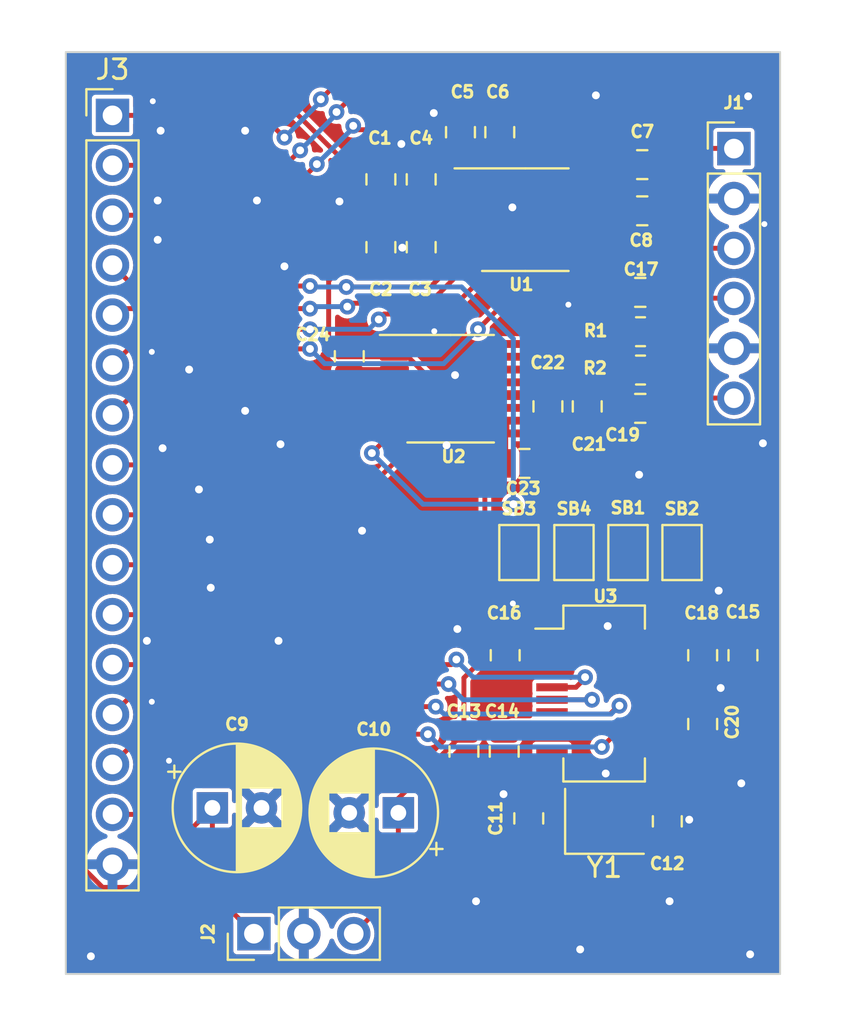
<source format=kicad_pcb>
(kicad_pcb (version 20221018) (generator pcbnew)
  (layers (0 "F.Cu" signal) (31 "B.Cu" signal) (34 "B.Paste" user) (35 "F.Paste" user) (36 "B.SilkS" user "B.Silkscreen") (37 "F.SilkS" user "F.Silkscreen") (38 "B.Mask" user) (39 "F.Mask" user) (44 "Edge.Cuts" user))
  (net 0 "")
  (net 1 "+5V")
  (net 2 "GND")
  (net 3 "+3.3V")
  (net 4 "VREFa")
  (net 5 "Net-(U1-VINR)")
  (net 6 "LIN")
  (net 7 "Net-(U1-VINL)")
  (net 8 "RIN")
  (net 9 "Net-(U3-XT1)")
  (net 10 "Net-(U3-XT2)")
  (net 11 "VSS")
  (net 12 "Lout")
  (net 13 "Rout")
  (net 14 "CPOUT")
  (net 15 "CPCA")
  (net 16 "CPCB")
  (net 17 "VREFb")
  (net 18 "FMT")
  (net 19 "MD1")
  (net 20 "MD0")
  (net 21 "DOUT")
  (net 22 "ADC_BCK")
  (net 23 "SCKI")
  (net 24 "ADC_LRCK")
  (net 25 "DAC_BCK")
  (net 26 "MUTEB")
  (net 27 "DAC_LRCK")
  (net 28 "DACIN")
  (net 29 "CSEL")
  (net 30 "SR")
  (net 31 "FS2")
  (net 32 "FS1")
  (net 33 "LLINEOUT")
  (net 34 "RLINEOUT")
  (net 35 "SCKO0")
  (net 36 "SCKO1")
  (net 37 "SCKO2")
  (net 38 "SCKO3")
  (net 39 "MCKO1")
  (net 40 "MCKO2")
  (footprint "Capacitor_SMD:C_0805_2012Metric" (layer "F.Cu") (at 49.43401 24.725)
    (fp_text reference "C7")
    (fp_text value "1u")
  )
  (footprint "Connector_PinHeader_2.54mm:PinHeader_1x03_P2.54mm_Vertical" (layer "F.Cu") (at 29.672 63.85 90)
    (fp_text reference "J2")
    (fp_text value "Power Input")
  )
  (footprint "Capacitor_SMD:C_0805_2012Metric" (layer "F.Cu") (at 40.18401 23.075 90)
    (fp_text reference "C5")
    (fp_text value "10u")
  )
  (footprint "Package_SO:TSSOP-16_4.4x5mm_P0.65mm" (layer "F.Cu") (at 39.68401 36.125)
    (fp_text reference "U2")
    (fp_text value "NAU8402WG")
  )
  (footprint "Capacitor_SMD:C_0805_2012Metric" (layer "F.Cu") (at 44.63401 37.025 90)
    (fp_text reference "C22")
    (fp_text value "220n")
  )
  (footprint "Capacitor_SMD:C_0805_2012Metric" (layer "F.Cu") (at 42.18401 23.075 90)
    (fp_text reference "C6")
    (fp_text value "0.1u")
  )
  (footprint "Capacitor_SMD:C_0805_2012Metric" (layer "F.Cu") (at 38.18401 25.475 90)
    (fp_text reference "C4")
    (fp_text value "0.1u")
  )
  (footprint "Jumper:SolderJumper-2_P1.3mm_Open_TrianglePad1.0x1.5mm" (layer "F.Cu") (at 45.9593 44.4593 90)
    (fp_text reference "SB4")
    (fp_text value "SolderJumper_2_Bridged")
  )
  (footprint "Package_SO:TSSOP-14_4.4x5mm_P0.65mm" (layer "F.Cu") (at 43.48401 27.525)
    (fp_text reference "U1")
    (fp_text value "PCM1808PWR")
  )
  (footprint "Capacitor_SMD:C_0805_2012Metric" (layer "F.Cu") (at 49.33401 37.125)
    (fp_text reference "C19")
    (fp_text value "3000p")
  )
  (footprint "Capacitor_SMD:C_0805_2012Metric" (layer "F.Cu") (at 43.6593 57.9843 90)
    (fp_text reference "C11")
    (fp_text value "10p")
  )
  (footprint "Capacitor_SMD:C_0805_2012Metric" (layer "F.Cu") (at 36.13401 25.475 90)
    (fp_text reference "C1")
    (fp_text value "10u")
  )
  (footprint "Capacitor_SMD:C_0805_2012Metric" (layer "F.Cu") (at 49.33401 31.225)
    (fp_text reference "C17")
    (fp_text value "3000p")
  )
  (footprint "Capacitor_SMD:C_0805_2012Metric" (layer "F.Cu") (at 36.13401 28.925 -90)
    (fp_text reference "C2")
    (fp_text value "10u")
  )
  (footprint "Capacitor_SMD:C_0805_2012Metric" (layer "F.Cu") (at 50.7093 58.1343 -90)
    (fp_text reference "C12")
    (fp_text value "10p")
  )
  (footprint "Capacitor_SMD:C_0805_2012Metric" (layer "F.Cu") (at 52.5093 49.6843 -90)
    (fp_text reference "C18")
    (fp_text value "0.1u")
  )
  (footprint "Resistor_SMD:R_0805_2012Metric" (layer "F.Cu") (at 49.34651 35.175 180)
    (fp_text reference "R2")
    (fp_text value "453")
  )
  (footprint "Jumper:SolderJumper-2_P1.3mm_Open_TrianglePad1.0x1.5mm" (layer "F.Cu") (at 51.4593 44.4593 90)
    (fp_text reference "SB2")
    (fp_text value "SolderJumper_2_Bridged")
  )
  (footprint "Capacitor_SMD:C_0805_2012Metric" (layer "F.Cu") (at 34.525 34.475 -90)
    (fp_text reference "C24")
    (fp_text value "2.2u")
  )
  (footprint "Crystal:Crystal_SMD_3225-4Pin_3.2x2.5mm" (layer "F.Cu") (at 47.5093 58.1343)
    (fp_text reference "Y1")
    (fp_text value "Crystal")
  )
  (footprint "Capacitor_THT:CP_Radial_D6.3mm_P2.50mm" (layer "F.Cu") (at 27.557241 57.45)
    (fp_text reference "C9")
    (fp_text value "47u" hide)
  )
  (footprint "Capacitor_SMD:C_0805_2012Metric" (layer "F.Cu") (at 38.18401 28.925 -90)
    (fp_text reference "C3")
    (fp_text value "0.1u")
  )
  (footprint "Capacitor_SMD:C_0805_2012Metric" (layer "F.Cu") (at 54.5593 49.6843 -90)
    (fp_text reference "C15")
    (fp_text value "10u")
  )
  (footprint "Package_SO:QSOP-20_3.9x8.7mm_P0.635mm" (layer "F.Cu") (at 47.495 51.6318)
    (fp_text reference "U3")
    (fp_text value "PLL1707DBQ" hide)
  )
  (footprint "Resistor_SMD:R_0805_2012Metric" (layer "F.Cu") (at 49.34651 33.225 180)
    (fp_text reference "R1")
    (fp_text value "453")
  )
  (footprint "Capacitor_SMD:C_0805_2012Metric" (layer "F.Cu") (at 52.5093 53.1843 90)
    (fp_text reference "C20")
    (fp_text value "0.1u")
  )
  (footprint "Capacitor_THT:CP_Radial_D6.3mm_P2.50mm" (layer "F.Cu") (at 37.022 57.7 180)
    (fp_text reference "C10")
    (fp_text value "47u" hide)
  )
  (footprint "Connector_PinHeader_2.54mm:PinHeader_1x16_P2.54mm_Vertical" (layer "F.Cu") (at 22.475 22.22)
    (fp_text reference "J3")
    (fp_text value "FPGA Interface")
  )
  (footprint "Jumper:SolderJumper-2_P1.3mm_Open_TrianglePad1.0x1.5mm" (layer "F.Cu") (at 48.7093 44.4593 90)
    (fp_text reference "SB1")
    (fp_text value "SolderJumper_2_Bridged")
  )
  (footprint "Connector_PinHeader_2.54mm:PinHeader_1x06_P2.54mm_Vertical" (layer "F.Cu") (at 54.1 23.91)
    (fp_text reference "J1")
    (fp_text value "Audio I/O")
  )
  (footprint "Capacitor_SMD:C_0805_2012Metric" (layer "F.Cu") (at 40.3593 54.5843 -90)
    (fp_text reference "C13")
    (fp_text value "10u")
  )
  (footprint "Capacitor_SMD:C_0805_2012Metric" (layer "F.Cu") (at 49.43401 27.075)
    (fp_text reference "C8")
    (fp_text value "1u")
  )
  (footprint "Jumper:SolderJumper-2_P1.3mm_Open_TrianglePad1.0x1.5mm" (layer "F.Cu") (at 43.1593 44.4593 90)
    (fp_text reference "SB3")
    (fp_text value "SolderJumper_2_Bridged")
  )
  (footprint "Capacitor_SMD:C_0805_2012Metric" (layer "F.Cu") (at 43.43401 39.925 180)
    (fp_text reference "C23")
    (fp_text value "4.7u")
  )
  (footprint "Capacitor_SMD:C_0805_2012Metric" (layer "F.Cu") (at 42.4093 54.5843 -90)
    (fp_text reference "C14")
    (fp_text value "0.1u")
  )
  (footprint "Capacitor_SMD:C_0805_2012Metric" (layer "F.Cu") (at 42.4593 49.6843 -90)
    (fp_text reference "C16")
    (fp_text value "0.1u")
  )
  (footprint "Capacitor_SMD:C_0805_2012Metric" (layer "F.Cu") (at 46.63401 37.025 90)
    (fp_text reference "C21")
    (fp_text value "4.7u")
  )
  (gr_rect (start 20.1 19) (end 56.45 65.9) (stroke (width 0.1)) (fill none) (layer "Edge.Cuts"))
  (segment (start 27.557241 61.735241) (end 29.672 63.85) (width 0.25) (layer "F.Cu") (net 1))
  (segment (start 21.075 60.6) (end 21.075 21.27) (width 0.25) (layer "F.Cu") (net 1))
  (segment (start 38.63401 26.875) (end 38.18401 26.425) (width 0.25) (layer "F.Cu") (net 1))
  (segment (start 27.557241 57.45) (end 23.512241 61.495) (width 0.25) (layer "F.Cu") (net 1))
  (segment (start 23.512241 61.495) (end 21.97 61.495) (width 0.25) (layer "F.Cu") (net 1))
  (segment (start 38.18401 26.425) (end 36.13401 26.425) (width 0.25) (layer "F.Cu") (net 1))
  (segment (start 27.557241 57.45) (end 27.557241 61.735241) (width 0.25) (layer "F.Cu") (net 1))
  (segment (start 30.50901 20.8) (end 36.13401 26.425) (width 0.25) (layer "F.Cu") (net 1))
  (segment (start 21.97 61.495) (end 21.075 60.6) (width 0.25) (layer "F.Cu") (net 1))
  (segment (start 21.075 21.27) (end 21.545 20.8) (width 0.25) (layer "F.Cu") (net 1))
  (segment (start 40.62151 26.875) (end 38.63401 26.875) (width 0.25) (layer "F.Cu") (net 1))
  (segment (start 21.545 20.8) (end 30.50901 20.8) (width 0.25) (layer "F.Cu") (net 1))
  (segment (start 40.62151 28.175) (end 39.88401 28.175) (width 0.25) (layer "F.Cu") (net 2))
  (segment (start 35.15901 33.85) (end 34.83401 33.525) (width 0.25) (layer "F.Cu") (net 2))
  (segment (start 51.7436 58.05) (end 50.7093 59.0843) (width 0.25) (layer "F.Cu") (net 2))
  (segment (start 39.88401 28.175) (end 38.18401 29.875) (width 0.25) (layer "F.Cu") (net 2))
  (segment (start 42.5043 50.6793) (end 42.4593 50.6343) (width 0.25) (layer "F.Cu") (net 2))
  (segment (start 42.54651 36.45) (end 40.925 36.45) (width 0.25) (layer "F.Cu") (net 2))
  (segment (start 43.6593 57.0343) (end 43.6593 56.7843) (width 0.25) (layer "F.Cu") (net 2))
  (segment (start 52.7093 50.6343) (end 53.425 51.35) (width 0.25) (layer "F.Cu") (net 2))
  (segment (start 38.18401 24.525) (end 36.13401 24.525) (width 0.25) (layer "F.Cu") (net 2))
  (segment (start 42.4093 56.7157) (end 42.375 56.75) (width 0.25) (layer "F.Cu") (net 2))
  (segment (start 40.925 36.45) (end 39.90801 35.43301) (width 0.25) (layer "F.Cu") (net 2))
  (segment (start 53.425 51.35) (end 53.3936 51.35) (width 0.25) (layer "F.Cu") (net 2))
  (segment (start 38.149472 29.875) (end 37.224472 28.95) (width 0.25) (layer "F.Cu") (net 2))
  (segment (start 54.1407 50.6343) (end 53.425 51.35) (width 0.25) (layer "F.Cu") (net 2))
  (segment (start 52.5093 50.6343) (end 50.1943 50.6343) (width 0.25) (layer "F.Cu") (net 2))
  (segment (start 50.1943 50.6343) (end 50.1493 50.6793) (width 0.25) (layer "F.Cu") (net 2))
  (segment (start 43.375 56.75) (end 43.6593 57.0343) (width 0.25) (layer "F.Cu") (net 2))
  (segment (start 43.7907 53.8543) (end 42.4093 55.2357) (width 0.25) (layer "F.Cu") (net 2))
  (segment (start 51.5893 51.3143) (end 52.5093 52.2343) (width 0.25) (layer "F.Cu") (net 2))
  (segment (start 42.18401 22.125) (end 40.18401 22.125) (width 0.25) (layer "F.Cu") (net 2))
  (segment (start 42.4093 55.2357) (end 42.4093 55.5343) (width 0.25) (layer "F.Cu") (net 2))
  (segment (start 39.88401 26.225) (end 38.18401 24.525) (width 0.25) (layer "F.Cu") (net 2))
  (segment (start 40.62151 26.225) (end 39.88401 26.225) (width 0.25) (layer "F.Cu") (net 2))
  (segment (start 38.18401 29.875) (end 38.149472 29.875) (width 0.25) (layer "F.Cu") (net 2))
  (segment (start 42.4093 55.5343) (end 42.4093 56.7157) (width 0.25) (layer "F.Cu") (net 2))
  (segment (start 43.6593 56.7843) (end 42.4093 55.5343) (width 0.25) (layer "F.Cu") (net 2))
  (segment (start 50.1493 51.3143) (end 51.5893 51.3143) (width 0.25) (layer "F.Cu") (net 2))
  (segment (start 38.0255 24.525) (end 37.175 23.6745) (width 0.25) (layer "F.Cu") (net 2))
  (segment (start 51.825 58.05) (end 51.7436 58.05) (width 0.25) (layer "F.Cu") (net 2))
  (segment (start 42.375 56.75) (end 43.375 56.75) (width 0.25) (layer "F.Cu") (net 2))
  (segment (start 54.5593 50.6343) (end 54.1407 50.6343) (width 0.25) (layer "F.Cu") (net 2))
  (segment (start 52.5093 52.2343) (end 52.5093 50.6343) (width 0.25) (layer "F.Cu") (net 2))
  (segment (start 53.3936 51.35) (end 52.5093 52.2343) (width 0.25) (layer "F.Cu") (net 2))
  (segment (start 36.82151 33.85) (end 38.325 33.85) (width 0.25) (layer "F.Cu") (net 2))
  (segment (start 44.8407 53.8543) (end 43.7907 53.8543) (width 0.25) (layer "F.Cu") (net 2))
  (segment (start 52.5093 50.6343) (end 54.5593 50.6343) (width 0.25) (layer "F.Cu") (net 2))
  (segment (start 38.85 22.125) (end 38.825 22.1) (width 0.25) (layer "F.Cu") (net 2))
  (segment (start 44.8407 50.6793) (end 42.5043 50.6793) (width 0.25) (layer "F.Cu") (net 2))
  (segment (start 40.3593 55.5343) (end 42.4093 55.5343) (width 0.25) (layer "F.Cu") (net 2))
  (segment (start 52.5093 50.6343) (end 52.7093 50.6343) (width 0.25) (layer "F.Cu") (net 2))
  (segment (start 36.82151 33.85) (end 35.15901 33.85) (width 0.25) (layer "F.Cu") (net 2))
  (segment (start 40.18401 22.125) (end 38.85 22.125) (width 0.25) (layer "F.Cu") (net 2))
  (segment (start 38.18401 24.525) (end 38.0255 24.525) (width 0.25) (layer "F.Cu") (net 2))
  (segment (start 38.18401 29.875) (end 36.13401 29.875) (width 0.25) (layer "F.Cu") (net 2))
  (segment (start 38.325 33.85) (end 39.90801 35.43301) (width 0.25) (layer "F.Cu") (net 2))
  (via (at 51.825 58.05) (size 0.8) (drill 0.4) (layers "F.Cu" "B.Cu") (net 2))
  (via (at 50.825 62.2) (size 0.8) (drill 0.4) (layers "F.Cu" "B.Cu") (net 2))
  (via (at 37.175 23.6745) (size 0.8) (drill 0.4) (layers "F.Cu" "B.Cu") (net 2))
  (via (at 40.975 62.2) (size 0.8) (drill 0.4) (layers "F.Cu" "B.Cu") (net 2))
  (via (at 54.925 64.9) (size 0.8) (drill 0.4) (layers "F.Cu" "B.Cu") (net 2))
  (via (at 42.375 56.75) (size 0.8) (drill 0.4) (layers "F.Cu" "B.Cu") (net 2))
  (via (at 35.175 43.35) (size 0.8) (drill 0.4) (layers "F.Cu" "B.Cu") (net 2))
  (via (at 29.225 23) (size 0.8) (drill 0.4) (layers "F.Cu" "B.Cu") (net 2))
  (via (at 38.825 22.1) (size 0.8) (drill 0.4) (layers "F.Cu" "B.Cu") (net 2))
  (via (at 25.025 39.15) (size 0.8) (drill 0.4) (layers "F.Cu" "B.Cu") (net 2))
  (via (at 31.025 38.95) (size 0.8) (drill 0.4) (layers "F.Cu" "B.Cu") (net 2))
  (via (at 26.375 35.15) (size 0.8) (drill 0.4) (layers "F.Cu" "B.Cu") (net 2))
  (via (at 24.775 28.55) (size 0.8) (drill 0.4) (layers "F.Cu" "B.Cu") (net 2))
  (via (at 21.375 65) (size 0.8) (drill 0.4) (layers "F.Cu" "B.Cu") (net 2))
  (via (at 26.875 41.25) (size 0.8) (drill 0.4) (layers "F.Cu" "B.Cu") (net 2))
  (via (at 47.675 48.2) (size 0.8) (drill 0.4) (layers "F.Cu" "B.Cu") (net 2))
  (via (at 54.825 21.25) (size 0.8) (drill 0.4) (layers "F.Cu" "B.Cu") (net 2))
  (via (at 46.275 64.65) (size 0.8) (drill 0.4) (layers "F.Cu" "B.Cu") (net 2))
  (via (at 29.825 26.55) (size 0.8) (drill 0.4) (layers "F.Cu" "B.Cu") (net 2))
  (via (at 30.925 48.95) (size 0.8) (drill 0.4) (layers "F.Cu" "B.Cu") (net 2))
  (via (at 31.225 29.9) (size 0.8) (drill 0.4) (layers "F.Cu" "B.Cu") (net 2))
  (via (at 55.65 27.75) (size 0.7) (drill 0.3) (layers "F.Cu" "B.Cu") (net 2))
  (via (at 53.425 51.35) (size 0.8) (drill 0.4) (layers "F.Cu" "B.Cu") (net 2))
  (via (at 40.025 48.35) (size 0.8) (drill 0.4) (layers "F.Cu" "B.Cu") (net 2))
  (via (at 42.825 26.9) (size 0.8) (drill 0.4) (layers "F.Cu" "B.Cu") (net 2))
  (via (at 38.85 33.2) (size 0.7) (drill 0.3) (layers "F.Cu" "B.Cu") (net 2))
  (via (at 29.225 37.25) (size 0.8) (drill 0.4) (layers "F.Cu" "B.Cu") (net 2))
  (via (at 55.575 38.9) (size 0.8) (drill 0.4) (layers "F.Cu" "B.Cu") (net 2))
  (via (at 49.275 40.5) (size 0.8) (drill 0.4) (layers "F.Cu" "B.Cu") (net 2))
  (via (at 27.475 46.25) (size 0.8) (drill 0.4) (layers "F.Cu" "B.Cu") (net 2))
  (via (at 39.475 39) (size 0.8) (drill 0.4) (layers "F.Cu" "B.Cu") (net 2))
  (via (at 45.675 31.85) (size 0.7) (drill 0.3) (layers "F.Cu" "B.Cu") (net 2))
  (via (at 47.575 55.7) (size 0.8) (drill 0.4) (layers "F.Cu" "B.Cu") (net 2))
  (via (at 27.425 43.8) (size 0.8) (drill 0.4) (layers "F.Cu" "B.Cu") (net 2))
  (via (at 24.775 26.55) (size 0.8) (drill 0.4) (layers "F.Cu" "B.Cu") (net 2))
  (via (at 37.224472 28.95) (size 0.8) (drill 0.4) (layers "F.Cu" "B.Cu") (net 2))
  (via (at 24.925 23) (size 0.8) (drill 0.4) (layers "F.Cu" "B.Cu") (net 2))
  (via (at 42.85 47.05) (size 0.7) (drill 0.3) (layers "F.Cu" "B.Cu") (net 2))
  (via (at 34.025 26.6) (size 0.8) (drill 0.4) (layers "F.Cu" "B.Cu") (net 2))
  (via (at 39.90801 35.43301) (size 0.8) (drill 0.4) (layers "F.Cu" "B.Cu") (net 2))
  (via (at 24.475 52.05) (size 0.7) (drill 0.3) (layers "F.Cu" "B.Cu") (net 2))
  (via (at 47.075 21.2) (size 0.8) (drill 0.4) (layers "F.Cu" "B.Cu") (net 2))
  (via (at 24.225 48.95) (size 0.8) (drill 0.4) (layers "F.Cu" "B.Cu") (net 2))
  (via (at 25.35 55.05) (size 0.7) (drill 0.3) (layers "F.Cu" "B.Cu") (net 2))
  (via (at 54.475 56.2) (size 0.8) (drill 0.4) (layers "F.Cu" "B.Cu") (net 2))
  (via (at 24.525 21.5) (size 0.7) (drill 0.3) (layers "F.Cu" "B.Cu") (net 2))
  (via (at 53.325 46.4) (size 0.8) (drill 0.4) (layers "F.Cu" "B.Cu") (net 2))
  (via (at 24.475 34.25) (size 0.7) (drill 0.3) (layers "F.Cu" "B.Cu") (net 2))
  (segment (start 37.022 56.9716) (end 40.3593 53.6343) (width 0.25) (layer "F.Cu") (net 3))
  (segment (start 52.5093 48.7343) (end 50.1893 48.7343) (width 0.25) (layer "F.Cu") (net 3))
  (segment (start 40.62151 27.525) (end 38.63401 27.525) (width 0.25) (layer "F.Cu") (net 3))
  (segment (start 37.022 57.7) (end 37.022 61.58) (width 0.25) (layer "F.Cu") (net 3))
  (segment (start 40.3593 50.8343) (end 40.3593 53.6343) (width 0.25) (layer "F.Cu") (net 3))
  (segment (start 44.8407 48.7743) (end 42.4993 48.7743) (width 0.25) (layer "F.Cu") (net 3))
  (segment (start 51.5943 53.2193) (end 50.1493 53.2193) (width 0.25) (layer "F.Cu") (net 3))
  (segment (start 42.48401 38.4625) (end 42.54651 38.4) (width 0.25) (layer "F.Cu") (net 3))
  (segment (start 41.425 47.7) (end 42.4593 48.7343) (width 0.25) (layer "F.Cu") (net 3))
  (segment (start 42.54651 37.75) (end 42.54651 38.4) (width 0.25) (layer "F.Cu") (net 3))
  (segment (start 55.6093 52.6343) (end 54.1093 54.1343) (width 0.25) (layer "F.Cu") (net 3))
  (segment (start 50.1893 48.7343) (end 50.1493 48.7743) (width 0.25) (layer "F.Cu") (net 3))
  (segment (start 52.5093 48.7343) (end 54.5593 48.7343) (width 0.25) (layer "F.Cu") (net 3))
  (segment (start 38.63401 27.525) (end 38.18401 27.975) (width 0.25) (layer "F.Cu") (net 3))
  (segment (start 42.48401 39.473959) (end 37.510051 34.5) (width 0.25) (layer "F.Cu") (net 3))
  (segment (start 42.4593 48.7343) (end 40.3593 50.8343) (width 0.25) (layer "F.Cu") (net 3))
  (segment (start 52.5093 54.1343) (end 51.5943 53.2193) (width 0.25) (layer "F.Cu") (net 3))
  (segment (start 33.475 34.013173) (end 33.475 30.63401) (width 0.25) (layer "F.Cu") (net 3))
  (segment (start 42.48401 39.925) (end 42.48401 38.4625) (width 0.25) (layer "F.Cu") (net 3))
  (segment (start 41.425 40.98401) (end 41.425 47.7) (width 0.25) (layer "F.Cu") (net 3))
  (segment (start 37.022 61.58) (end 34.752 63.85) (width 0.25) (layer "F.Cu") (net 3))
  (segment (start 37.510051 34.5) (end 36.82151 34.5) (width 0.25) (layer "F.Cu") (net 3))
  (segment (start 33.50901 30.6) (end 36.13401 27.975) (width 0.25) (layer "F.Cu") (net 3))
  (segment (start 42.48401 39.925) (end 41.425 40.98401) (width 0.25) (layer "F.Cu") (net 3))
  (segment (start 54.5593 48.7343) (end 55.6093 49.7843) (width 0.25) (layer "F.Cu") (net 3))
  (segment (start 55.6093 49.7843) (end 55.6093 52.6343) (width 0.25) (layer "F.Cu") (net 3))
  (segment (start 36.82151 34.5) (end 33.961827 34.5) (width 0.25) (layer "F.Cu") (net 3))
  (segment (start 37.022 57.7) (end 37.022 56.9716) (width 0.25) (layer "F.Cu") (net 3))
  (segment (start 42.8243 53.2193) (end 42.4093 53.6343) (width 0.25) (layer "F.Cu") (net 3))
  (segment (start 38.18401 27.975) (end 36.13401 27.975) (width 0.25) (layer "F.Cu") (net 3))
  (segment (start 44.8407 53.2193) (end 50.1493 53.2193) (width 0.25) (layer "F.Cu") (net 3))
  (segment (start 54.1093 54.1343) (end 52.5093 54.1343) (width 0.25) (layer "F.Cu") (net 3))
  (segment (start 33.475 30.63401) (end 33.667005 30.442005) (width 0.25) (layer "F.Cu") (net 3))
  (segment (start 33.961827 34.5) (end 33.475 34.013173) (width 0.25) (layer "F.Cu") (net 3))
  (segment (start 44.8407 53.2193) (end 42.8243 53.2193) (width 0.25) (layer "F.Cu") (net 3))
  (segment (start 42.4093 53.6343) (end 40.3593 53.6343) (width 0.25) (layer "F.Cu") (net 3))
  (segment (start 42.48401 39.925) (end 42.48401 39.473959) (width 0.25) (layer "F.Cu") (net 3))
  (segment (start 42.4993 48.7743) (end 42.4593 48.7343) (width 0.25) (layer "F.Cu") (net 3))
  (segment (start 40.62151 24.875) (end 40.62151 24.4625) (width 0.25) (layer "F.Cu") (net 4))
  (segment (start 40.62151 24.875) (end 41.33401 24.875) (width 0.25) (layer "F.Cu") (net 4))
  (segment (start 41.33401 24.875) (end 42.18401 24.025) (width 0.25) (layer "F.Cu") (net 4))
  (segment (start 40.62151 25.575) (end 40.62151 24.875) (width 0.25) (layer "F.Cu") (net 4))
  (segment (start 40.62151 24.4625) (end 40.18401 24.025) (width 0.25) (layer "F.Cu") (net 4))
  (segment (start 47.63401 25.575) (end 48.48401 24.725) (width 0.25) (layer "F.Cu") (net 5))
  (segment (start 46.34651 25.575) (end 47.63401 25.575) (width 0.25) (layer "F.Cu") (net 5))
  (segment (start 50.38401 24.725) (end 50.40901 24.75) (width 0.25) (layer "F.Cu") (net 6))
  (segment (start 51.20901 23.9) (end 53.27401 23.9) (width 0.25) (layer "F.Cu") (net 6))
  (segment (start 50.38401 24.725) (end 51.20901 23.9) (width 0.25) (layer "F.Cu") (net 6))
  (segment (start 48.48401 27.075) (end 47.63401 26.225) (width 0.25) (layer "F.Cu") (net 7))
  (segment (start 47.63401 26.225) (end 46.34651 26.225) (width 0.25) (layer "F.Cu") (net 7))
  (segment (start 53.27401 28.98) (end 51.33901 28.98) (width 0.25) (layer "F.Cu") (net 8))
  (segment (start 51.33901 28.98) (end 50.38401 28.025) (width 0.25) (layer "F.Cu") (net 8))
  (segment (start 50.38401 28.025) (end 50.38401 27.075) (width 0.25) (layer "F.Cu") (net 8))
  (segment (start 44.8407 57.5157) (end 44.8407 54.4893) (width 0.25) (layer "F.Cu") (net 9))
  (segment (start 46.3093 58.9843) (end 44.8407 57.5157) (width 0.25) (layer "F.Cu") (net 9))
  (segment (start 46.4093 58.9843) (end 46.3093 58.9843) (width 0.25) (layer "F.Cu") (net 9))
  (segment (start 43.6593 58.9343) (end 43.7093 58.9843) (width 0.25) (layer "F.Cu") (net 9))
  (segment (start 43.7093 58.9843) (end 46.4093 58.9843) (width 0.25) (layer "F.Cu") (net 9))
  (segment (start 48.6093 57.2843) (end 50.6093 57.2843) (width 0.25) (layer "F.Cu") (net 10))
  (segment (start 50.6093 57.2843) (end 50.7093 57.1843) (width 0.25) (layer "F.Cu") (net 10))
  (segment (start 50.1493 54.4893) (end 50.1493 55.7443) (width 0.25) (layer "F.Cu") (net 10))
  (segment (start 50.1493 55.7443) (end 48.6093 57.2843) (width 0.25) (layer "F.Cu") (net 10))
  (segment (start 44.68401 39.925) (end 44.38401 39.925) (width 0.25) (layer "F.Cu") (net 11))
  (segment (start 49.27151 32.1125) (end 48.38401 31.225) (width 0.25) (layer "F.Cu") (net 11))
  (segment (start 47.48401 37.125) (end 46.63401 37.975) (width 0.25) (layer "F.Cu") (net 11))
  (segment (start 46.63401 37.975) (end 44.68401 39.925) (width 0.25) (layer "F.Cu") (net 11))
  (segment (start 48.38401 37.125) (end 47.48401 37.125) (width 0.25) (layer "F.Cu") (net 11))
  (segment (start 48.38401 37.125) (end 49.27151 36.2375) (width 0.25) (layer "F.Cu") (net 11))
  (segment (start 49.27151 36.2375) (end 49.27151 32.1125) (width 0.25) (layer "F.Cu") (net 11))
  (segment (start 50.57901 31.52) (end 50.28401 31.225) (width 0.25) (layer "F.Cu") (net 12))
  (segment (start 53.27401 31.52) (end 50.57901 31.52) (width 0.25) (layer "F.Cu") (net 12))
  (segment (start 50.25901 31.25) (end 50.28401 31.225) (width 0.25) (layer "F.Cu") (net 12))
  (segment (start 50.25901 33.225) (end 50.25901 31.25) (width 0.25) (layer "F.Cu") (net 12))
  (segment (start 50.80901 36.6) (end 50.28401 37.125) (width 0.25) (layer "F.Cu") (net 13))
  (segment (start 53.27401 36.6) (end 50.80901 36.6) (width 0.25) (layer "F.Cu") (net 13))
  (segment (start 50.25901 35.175) (end 50.25901 37.1) (width 0.25) (layer "F.Cu") (net 13))
  (segment (start 50.25901 37.1) (end 50.28401 37.125) (width 0.25) (layer "F.Cu") (net 13))
  (segment (start 45.70901 35.15) (end 46.63401 36.075) (width 0.25) (layer "F.Cu") (net 14))
  (segment (start 42.54651 35.15) (end 45.70901 35.15) (width 0.25) (layer "F.Cu") (net 14))
  (segment (start 44.63401 37.975) (end 43.75901 37.1) (width 0.25) (layer "F.Cu") (net 15))
  (segment (start 43.75901 37.1) (end 42.54651 37.1) (width 0.25) (layer "F.Cu") (net 15))
  (segment (start 42.54651 35.8) (end 44.35901 35.8) (width 0.25) (layer "F.Cu") (net 16))
  (segment (start 44.35901 35.8) (end 44.63401 36.075) (width 0.25) (layer "F.Cu") (net 16))
  (segment (start 36.82151 35.15) (end 35.10901 35.15) (width 0.25) (layer "F.Cu") (net 17))
  (segment (start 30.095 22.22) (end 22.475 22.22) (width 0.25) (layer "F.Cu") (net 18))
  (segment (start 31.225 23.35) (end 30.095 22.22) (width 0.25) (layer "F.Cu") (net 18))
  (segment (start 43.083579 20.85) (end 33.625 20.85) (width 0.25) (layer "F.Cu") (net 18))
  (segment (start 33.625 20.85) (end 33.075 21.4) (width 0.25) (layer "F.Cu") (net 18))
  (segment (start 45.08401 26.301041) (end 45.08401 22.850431) (width 0.25) (layer "F.Cu") (net 18))
  (segment (start 46.34651 26.875) (end 45.657969 26.875) (width 0.25) (layer "F.Cu") (net 18))
  (segment (start 45.08401 22.850431) (end 43.083579 20.85) (width 0.25) (layer "F.Cu") (net 18))
  (segment (start 45.657969 26.875) (end 45.08401 26.301041) (width 0.25) (layer "F.Cu") (net 18))
  (via (at 33.075 21.4) (size 0.8) (drill 0.4) (layers "F.Cu" "B.Cu") (net 18))
  (via (at 31.225 23.35) (size 0.8) (drill 0.4) (layers "F.Cu" "B.Cu") (net 18))
  (segment (start 33.075 21.4) (end 33.075 21.5) (width 0.25) (layer "B.Cu") (net 18))
  (segment (start 33.075 21.5) (end 31.225 23.35) (width 0.25) (layer "B.Cu") (net 18))
  (segment (start 42.897183 21.3) (end 34.625 21.3) (width 0.25) (layer "F.Cu") (net 19))
  (segment (start 44.63401 23.036827) (end 42.897183 21.3) (width 0.25) (layer "F.Cu") (net 19))
  (segment (start 34.625 21.3) (end 33.875 22.05) (width 0.25) (layer "F.Cu") (net 19))
  (segment (start 45.657969 27.525) (end 44.63401 26.501041) (width 0.25) (layer "F.Cu") (net 19))
  (segment (start 32.025 24) (end 31.265 24.76) (width 0.25) (layer "F.Cu") (net 19))
  (segment (start 31.265 24.76) (end 22.475 24.76) (width 0.25) (layer "F.Cu") (net 19))
  (segment (start 46.34651 27.525) (end 45.657969 27.525) (width 0.25) (layer "F.Cu") (net 19))
  (segment (start 44.63401 26.501041) (end 44.63401 23.036827) (width 0.25) (layer "F.Cu") (net 19))
  (via (at 33.875 22.05) (size 0.8) (drill 0.4) (layers "F.Cu" "B.Cu") (net 19))
  (via (at 32.025 24) (size 0.8) (drill 0.4) (layers "F.Cu" "B.Cu") (net 19))
  (segment (start 33.875 22.05) (end 33.875 22.15) (width 0.25) (layer "B.Cu") (net 19))
  (segment (start 33.875 22.15) (end 32.025 24) (width 0.25) (layer "B.Cu") (net 19))
  (segment (start 46.34651 28.175) (end 45.657969 28.175) (width 0.25) (layer "F.Cu") (net 20))
  (segment (start 30.275 27.3) (end 22.475 27.3) (width 0.25) (layer "F.Cu") (net 20))
  (segment (start 44.18401 26.701041) (end 44.18401 24.236827) (width 0.25) (layer "F.Cu") (net 20))
  (segment (start 45.657969 28.175) (end 44.18401 26.701041) (width 0.25) (layer "F.Cu") (net 20))
  (segment (start 44.18401 24.236827) (end 42.897183 22.95) (width 0.25) (layer "F.Cu") (net 20))
  (segment (start 42.897183 22.95) (end 34.925 22.95) (width 0.25) (layer "F.Cu") (net 20))
  (segment (start 34.925 22.95) (end 34.725 22.75) (width 0.25) (layer "F.Cu") (net 20))
  (segment (start 32.875 24.7) (end 30.275 27.3) (width 0.25) (layer "F.Cu") (net 20))
  (via (at 34.725 22.75) (size 0.8) (drill 0.4) (layers "F.Cu" "B.Cu") (net 20))
  (via (at 32.875 24.7) (size 0.8) (drill 0.4) (layers "F.Cu" "B.Cu") (net 20))
  (segment (start 34.725 22.85) (end 32.875 24.7) (width 0.25) (layer "B.Cu") (net 20))
  (segment (start 34.725 22.75) (end 34.725 22.85) (width 0.25) (layer "B.Cu") (net 20))
  (segment (start 36.2995 32.325) (end 36.025 32.5995) (width 0.25) (layer "F.Cu") (net 21))
  (segment (start 32.525 33.1) (end 24.295 33.1) (width 0.25) (layer "F.Cu") (net 21))
  (segment (start 42.95 28.825) (end 39.45 32.325) (width 0.25) (layer "F.Cu") (net 21))
  (segment (start 24.295 33.1) (end 22.475 34.92) (width 0.25) (layer "F.Cu") (net 21))
  (segment (start 46.34651 28.825) (end 42.95 28.825) (width 0.25) (layer "F.Cu") (net 21))
  (segment (start 39.45 32.325) (end 36.2995 32.325) (width 0.25) (layer "F.Cu") (net 21))
  (via (at 32.525 33.1) (size 0.8) (drill 0.4) (layers "F.Cu" "B.Cu") (net 21))
  (via (at 36.025 32.5995) (size 0.8) (drill 0.4) (layers "F.Cu" "B.Cu") (net 21))
  (segment (start 36.025 32.5995) (end 35.5245 33.1) (width 0.25) (layer "B.Cu") (net 21))
  (segment (start 35.5245 33.1) (end 32.525 33.1) (width 0.25) (layer "B.Cu") (net 21))
  (segment (start 44.225015 29.95) (end 45.425 29.95) (width 0.25) (layer "F.Cu") (net 22))
  (segment (start 45.9 29.475) (end 46.34651 29.475) (width 0.25) (layer "F.Cu") (net 22))
  (segment (start 25.835 34.1) (end 22.475 37.46) (width 0.25) (layer "F.Cu") (net 22))
  (segment (start 41.075015 33.1) (end 44.225015 29.95) (width 0.25) (layer "F.Cu") (net 22))
  (segment (start 45.425 29.95) (end 45.9 29.475) (width 0.25) (layer "F.Cu") (net 22))
  (segment (start 32.525 34.1) (end 25.835 34.1) (width 0.25) (layer "F.Cu") (net 22))
  (segment (start 41.075 33.1) (end 41.075015 33.1) (width 0.25) (layer "F.Cu") (net 22))
  (via (at 32.525 34.1) (size 0.8) (drill 0.4) (layers "F.Cu" "B.Cu") (net 22))
  (via (at 41.075 33.1) (size 0.8) (drill 0.4) (layers "F.Cu" "B.Cu") (net 22))
  (segment (start 41.075 33.1) (end 39.325 34.85) (width 0.25) (layer "B.Cu") (net 22))
  (segment (start 33.275 34.85) (end 32.525 34.1) (width 0.25) (layer "B.Cu") (net 22))
  (segment (start 39.325 34.85) (end 33.275 34.85) (width 0.25) (layer "B.Cu") (net 22))
  (segment (start 45.9593 43.7343) (end 48.7093 43.7343) (width 0.25) (layer "F.Cu") (net 23))
  (segment (start 32.525 30.9) (end 23.535 30.9) (width 0.25) (layer "F.Cu") (net 23))
  (segment (start 43.1593 43.7343) (end 43.1593 42.2843) (width 0.25) (layer "F.Cu") (net 23))
  (segment (start 39.25901 29.498959) (end 39.25901 30.338173) (width 0.25) (layer "F.Cu") (net 23))
  (segment (start 23.535 30.9) (end 22.475 29.84) (width 0.25) (layer "F.Cu") (net 23))
  (segment (start 43.1593 43.7343) (end 45.9593 43.7343) (width 0.25) (layer "F.Cu") (net 23))
  (segment (start 36.675 38.4) (end 35.675 39.4) (width 0.25) (layer "F.Cu") (net 23))
  (segment (start 43.1593 42.2843) (end 42.875 42) (width 0.25) (layer "F.Cu") (net 23))
  (segment (start 48.7093 43.7343) (end 51.4593 43.7343) (width 0.25) (layer "F.Cu") (net 23))
  (segment (start 36.82151 38.4) (end 36.675 38.4) (width 0.25) (layer "F.Cu") (net 23))
  (segment (start 39.932969 28.825) (end 39.25901 29.498959) (width 0.25) (layer "F.Cu") (net 23))
  (segment (start 39.25901 30.338173) (end 38.647183 30.95) (width 0.25) (layer "F.Cu") (net 23))
  (segment (start 40.62151 28.825) (end 39.932969 28.825) (width 0.25) (layer "F.Cu") (net 23))
  (segment (start 34.375 30.95) (end 34.35901 30.95) (width 0.25) (layer "F.Cu") (net 23))
  (segment (start 38.647183 30.95) (end 34.375 30.95) (width 0.25) (layer "F.Cu") (net 23))
  (via (at 32.525 30.9) (size 0.8) (drill 0.4) (layers "F.Cu" "B.Cu") (net 23))
  (via (at 34.375 30.95) (size 0.8) (drill 0.4) (layers "F.Cu" "B.Cu") (net 23))
  (via (at 42.875 42) (size 0.8) (drill 0.4) (layers "F.Cu" "B.Cu") (net 23))
  (via (at 35.675 39.4) (size 0.8) (drill 0.4) (layers "F.Cu" "B.Cu") (net 23))
  (segment (start 32.575 30.95) (end 32.525 30.9) (width 0.25) (layer "B.Cu") (net 23))
  (segment (start 40.241727 30.95) (end 34.375 30.95) (width 0.25) (layer "B.Cu") (net 23))
  (segment (start 42.875 42) (end 38.275 42) (width 0.25) (layer "B.Cu") (net 23))
  (segment (start 34.375 30.95) (end 32.575 30.95) (width 0.25) (layer "B.Cu") (net 23))
  (segment (start 42.875 33.583273) (end 40.241727 30.95) (width 0.25) (layer "B.Cu") (net 23))
  (segment (start 42.875 42) (end 42.875 33.583273) (width 0.25) (layer "B.Cu") (net 23))
  (segment (start 38.275 42) (end 35.675 39.4) (width 0.25) (layer "B.Cu") (net 23))
  (segment (start 34.6 31.775) (end 34.425 31.95) (width 0.25) (layer "F.Cu") (net 24))
  (segment (start 22.805 32.05) (end 22.475 32.38) (width 0.25) (layer "F.Cu") (net 24))
  (segment (start 32.525 32.05) (end 22.805 32.05) (width 0.25) (layer "F.Cu") (net 24))
  (segment (start 40.62151 29.475) (end 40.62151 29.75349) (width 0.25) (layer "F.Cu") (net 24))
  (segment (start 38.6 31.775) (end 34.6 31.775) (width 0.25) (layer "F.Cu") (net 24))
  (segment (start 40.62151 29.475) (end 40.62151 29.612069) (width 0.25) (layer "F.Cu") (net 24))
  (segment (start 40.62151 29.75349) (end 38.6 31.775) (width 0.25) (layer "F.Cu") (net 24))
  (via (at 32.525 32.05) (size 0.8) (drill 0.4) (layers "F.Cu" "B.Cu") (net 24))
  (via (at 34.425 31.95) (size 0.8) (drill 0.4) (layers "F.Cu" "B.Cu") (net 24))
  (segment (start 32.625 31.95) (end 32.525 32.05) (width 0.25) (layer "B.Cu") (net 24))
  (segment (start 34.425 31.95) (end 32.625 31.95) (width 0.25) (layer "B.Cu") (net 24))
  (segment (start 35.941548 37.75) (end 28.611548 45.08) (width 0.25) (layer "F.Cu") (net 25))
  (segment (start 36.82151 37.75) (end 35.941548 37.75) (width 0.25) (layer "F.Cu") (net 25))
  (segment (start 28.611548 45.08) (end 22.475 45.08) (width 0.25) (layer "F.Cu") (net 25))
  (segment (start 36.82151 35.8) (end 35.688173 35.8) (width 0.25) (layer "F.Cu") (net 26))
  (segment (start 31.488173 40) (end 22.475 40) (width 0.25) (layer "F.Cu") (net 26))
  (segment (start 35.688173 35.8) (end 31.488173 40) (width 0.25) (layer "F.Cu") (net 26))
  (segment (start 29.081472 47.62) (end 22.475 47.62) (width 0.25) (layer "F.Cu") (net 27))
  (segment (start 37.651472 36.45) (end 37.98401 36.782538) (width 0.25) (layer "F.Cu") (net 27))
  (segment (start 36.82151 36.45) (end 37.651472 36.45) (width 0.25) (layer "F.Cu") (net 27))
  (segment (start 37.98401 36.782538) (end 37.98401 38.717462) (width 0.25) (layer "F.Cu") (net 27))
  (segment (start 37.98401 38.717462) (end 29.081472 47.62) (width 0.25) (layer "F.Cu") (net 27))
  (segment (start 36.82151 37.1) (end 35.165991 37.1) (width 0.25) (layer "F.Cu") (net 28))
  (segment (start 35.165991 37.1) (end 29.725991 42.54) (width 0.25) (layer "F.Cu") (net 28))
  (segment (start 29.725991 42.54) (end 22.475 42.54) (width 0.25) (layer "F.Cu") (net 28))
  (segment (start 47.375 54.3686) (end 47.4343 54.3093) (width 0.25) (layer "F.Cu") (net 29))
  (segment (start 29.057241 53.7) (end 24.977241 57.78) (width 0.25) (layer "F.Cu") (net 29))
  (segment (start 50.1493 53.8543) (end 47.8893 53.8543) (width 0.25) (layer "F.Cu") (net 29))
  (segment (start 47.8893 53.8543) (end 47.3936 54.35) (width 0.25) (layer "F.Cu") (net 29))
  (segment (start 47.3936 54.35) (end 47.375 54.35) (width 0.25) (layer "F.Cu") (net 29))
  (segment (start 47.375 54.35) (end 47.375 54.3686) (width 0.25) (layer "F.Cu") (net 29))
  (segment (start 38.525 53.7) (end 29.057241 53.7) (width 0.25) (layer "F.Cu") (net 29))
  (segment (start 24.977241 57.78) (end 22.475 57.78) (width 0.25) (layer "F.Cu") (net 29))
  (via (at 38.525 53.7) (size 0.8) (drill 0.4) (layers "F.Cu" "B.Cu") (net 29))
  (via (at 47.375 54.35) (size 0.8) (drill 0.4) (layers "F.Cu" "B.Cu") (net 29))
  (segment (start 47.375 54.35) (end 39.175 54.35) (width 0.25) (layer "B.Cu") (net 29))
  (segment (start 39.175 54.35) (end 38.525 53.7) (width 0.25) (layer "B.Cu") (net 29))
  (segment (start 44.8407 52.5843) (end 44.9314 52.675) (width 0.25) (layer "F.Cu") (net 30))
  (segment (start 25.415 52.3) (end 22.475 55.24) (width 0.25) (layer "F.Cu") (net 30))
  (segment (start 38.925 52.3) (end 25.415 52.3) (width 0.25) (layer "F.Cu") (net 30))
  (segment (start 48.275 52.25) (end 48.275 52.2) (width 0.25) (layer "F.Cu") (net 30))
  (segment (start 47.8 52.675) (end 48.225 52.25) (width 0.25) (layer "F.Cu") (net 30))
  (segment (start 44.9314 52.675) (end 47.8 52.675) (width 0.25) (layer "F.Cu") (net 30))
  (segment (start 48.225 52.25) (end 48.275 52.25) (width 0.25) (layer "F.Cu") (net 30))
  (segment (start 48.275 52.2) (end 48.225 52.25) (width 0.25) (layer "F.Cu") (net 30))
  (via (at 48.275 52.25) (size 0.8) (drill 0.4) (layers "F.Cu" "B.Cu") (net 30))
  (via (at 38.925 52.3) (size 0.8) (drill 0.4) (layers "F.Cu" "B.Cu") (net 30))
  (segment (start 39.35 52.675) (end 38.925 52.3) (width 0.25) (layer "B.Cu") (net 30))
  (segment (start 38.925 52.3) (end 39.075 52.4) (width 0.25) (layer "B.Cu") (net 30))
  (segment (start 47.85 52.675) (end 39.35 52.675) (width 0.25) (layer "B.Cu") (net 30))
  (segment (start 48.275 52.25) (end 47.85 52.675) (width 0.25) (layer "B.Cu") (net 30))
  (segment (start 46.7743 51.9493) (end 46.775 51.95) (width 0.25) (layer "F.Cu") (net 31))
  (segment (start 39.575 51.15) (end 24.025 51.15) (width 0.25) (layer "F.Cu") (net 31))
  (segment (start 44.8407 51.9493) (end 46.7743 51.9493) (width 0.25) (layer "F.Cu") (net 31))
  (segment (start 46.875 51.95) (end 46.875 52.05) (width 0.25) (layer "F.Cu") (net 31))
  (segment (start 46.875 52.05) (end 46.775 51.95) (width 0.25) (layer "F.Cu") (net 31))
  (segment (start 46.775 51.95) (end 46.875 51.95) (width 0.25) (layer "F.Cu") (net 31))
  (segment (start 44.8407 51.9493) (end 44.8057 51.9843) (width 0.25) (layer "F.Cu") (net 31))
  (segment (start 24.025 51.15) (end 22.475 52.7) (width 0.25) (layer "F.Cu") (net 31))
  (via (at 39.575 51.15) (size 0.8) (drill 0.4) (layers "F.Cu" "B.Cu") (net 31))
  (via (at 46.875 51.95) (size 0.8) (drill 0.4) (layers "F.Cu" "B.Cu") (net 31))
  (segment (start 46.875 51.95) (end 40.325 51.95) (width 0.25) (layer "B.Cu") (net 31))
  (segment (start 40.325 51.95) (end 39.575 51.2) (width 0.25) (layer "B.Cu") (net 31))
  (segment (start 39.575 51.15) (end 39.525 51.15) (width 0.25) (layer "B.Cu") (net 31))
  (segment (start 39.525 51.15) (end 39.575 51.2) (width 0.25) (layer "B.Cu") (net 31))
  (segment (start 39.575 51.2) (end 39.575 51.15) (width 0.25) (layer "B.Cu") (net 31))
  (segment (start 39.715 50.16) (end 22.475 50.16) (width 0.25) (layer "F.Cu") (net 32))
  (segment (start 46.0607 51.3143) (end 46.525 50.85) (width 0.25) (layer "F.Cu") (net 32))
  (segment (start 39.975 49.9) (end 39.715 50.16) (width 0.25) (layer "F.Cu") (net 32))
  (segment (start 46.575 50.8) (end 46.525 50.85) (width 0.25) (layer "F.Cu") (net 32))
  (segment (start 46.525 50.8) (end 46.575 50.8) (width 0.25) (layer "F.Cu") (net 32))
  (segment (start 46.525 50.85) (end 46.525 50.8) (width 0.25) (layer "F.Cu") (net 32))
  (segment (start 44.8407 51.3143) (end 46.0607 51.3143) (width 0.25) (layer "F.Cu") (net 32))
  (via (at 46.525 50.8) (size 0.8) (drill 0.4) (layers "F.Cu" "B.Cu") (net 32))
  (via (at 39.975 49.9) (size 0.8) (drill 0.4) (layers "F.Cu" "B.Cu") (net 32))
  (segment (start 39.925 49.9) (end 39.925 49.9) (width 0.25) (layer "B.Cu") (net 32))
  (segment (start 46.525 50.8) (end 40.825 50.8) (width 0.25) (layer "B.Cu") (net 32))
  (segment (start 39.975 49.95) (end 39.975 49.9) (width 0.25) (layer "B.Cu") (net 32))
  (segment (start 39.975 49.9) (end 39.925 49.9) (width 0.25) (layer "B.Cu") (net 32))
  (segment (start 40.825 50.8) (end 39.975 49.95) (width 0.25) (layer "B.Cu") (net 32))
  (segment (start 42.54651 33.85) (end 47.80901 33.85) (width 0.25) (layer "F.Cu") (net 33))
  (segment (start 47.80901 33.85) (end 48.43401 33.225) (width 0.25) (layer "F.Cu") (net 33))
  (segment (start 47.75901 34.5) (end 42.54651 34.5) (width 0.25) (layer "F.Cu") (net 34))
  (segment (start 48.43401 35.175) (end 47.75901 34.5) (width 0.25) (layer "F.Cu") (net 34))
  (segment (start 48.5743 45.3193) (end 48.7093 45.1843) (width 0.25) (layer "F.Cu") (net 35))
  (segment (start 50.1493 50.0443) (end 49.097904 50.0443) (width 0.25) (layer "F.Cu") (net 35))
  (segment (start 49.097904 50.0443) (end 48.5743 49.520696) (width 0.25) (layer "F.Cu") (net 35))
  (segment (start 48.5743 49.520696) (end 48.5743 45.3193) (width 0.25) (layer "F.Cu") (net 35))
  (segment (start 49.0993 49.4093) (end 49.0243 49.3343) (width 0.25) (layer "F.Cu") (net 36))
  (segment (start 50.1493 49.4093) (end 49.0993 49.4093) (width 0.25) (layer "F.Cu") (net 36))
  (segment (start 49.0243 47.6193) (end 51.4593 45.1843) (width 0.25) (layer "F.Cu") (net 36))
  (segment (start 49.0243 49.3343) (end 49.0243 47.6193) (width 0.25) (layer "F.Cu") (net 36))
  (segment (start 46.1593 48.1843) (end 43.1593 45.1843) (width 0.25) (layer "F.Cu") (net 37))
  (segment (start 45.8907 49.4093) (end 46.1593 49.1407) (width 0.25) (layer "F.Cu") (net 37))
  (segment (start 44.8407 49.4093) (end 45.8907 49.4093) (width 0.25) (layer "F.Cu") (net 37))
  (segment (start 46.1593 49.1407) (end 46.1593 48.1843) (width 0.25) (layer "F.Cu") (net 37))
  (segment (start 46.7593 49.177096) (end 46.7593 45.9843) (width 0.25) (layer "F.Cu") (net 38))
  (segment (start 45.892096 50.0443) (end 46.7593 49.177096) (width 0.25) (layer "F.Cu") (net 38))
  (segment (start 44.8407 50.0443) (end 45.892096 50.0443) (width 0.25) (layer "F.Cu") (net 38))
  (segment (start 46.7593 45.9843) (end 45.9593 45.1843) (width 0.25) (layer "F.Cu") (net 38))
  (zone (net 2) (net_name "GND") (layer "F.Cu") (priority 1) (connect_pads thru_hole_only (clearance 0.2)) (min_thickness 0.25) (fill yes (thermal_gap 0.5) (thermal_bridge_width 0.5))
    (polygon (pts (xy 19.05 17.75) (xy 57.85 17.6) (xy 58.7 67.3) (xy 18.1 67.15)))
  )
  (zone (net 2) (net_name "GND") (layer "B.Cu") (connect_pads (clearance 0.2)) (min_thickness 0.25) (fill yes (thermal_gap 0.5) (thermal_bridge_width 0.5))
    (polygon (pts (xy 59.45 16.35) (xy 17.25 16.55) (xy 16.75 67.55) (xy 59.65 68.2)))
  )
)
</source>
